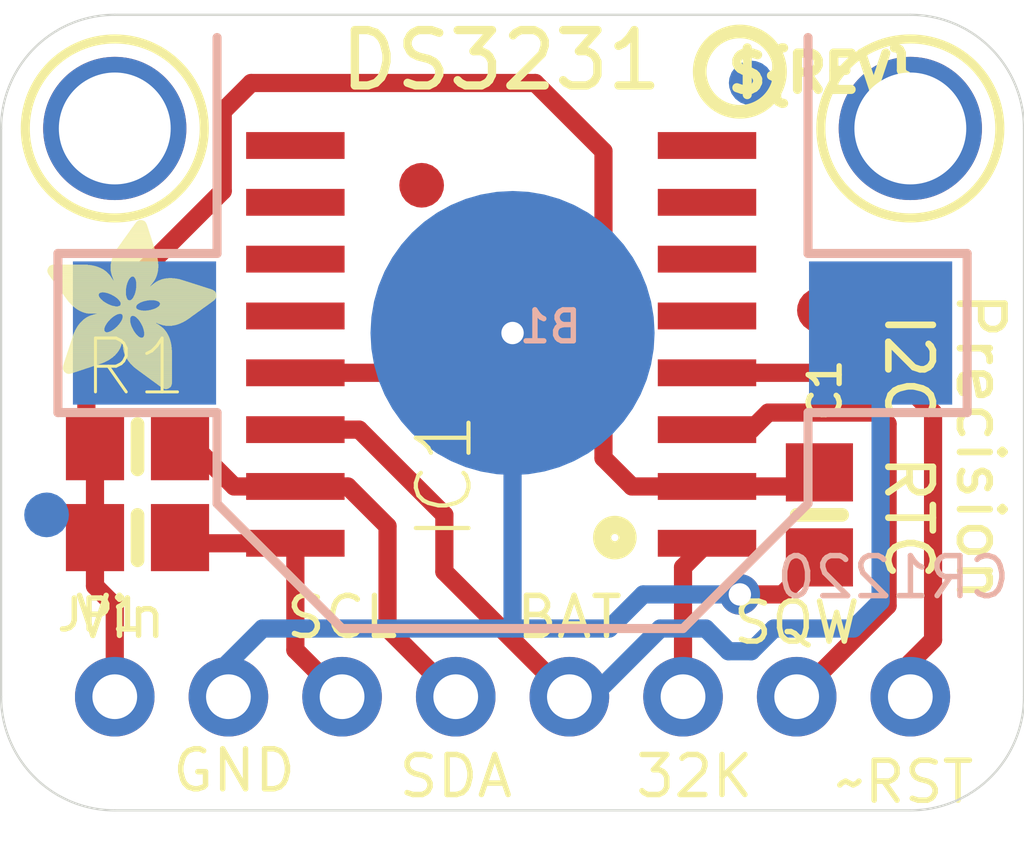
<source format=kicad_pcb>
(kicad_pcb (version 20221018) (generator pcbnew)
  (layers (0 "F.Cu" signal) (1 "In1.Cu" signal) (2 "In2.Cu" signal) (3 "In3.Cu" signal) (4 "In4.Cu" signal) (5 "In5.Cu" signal) (6 "In6.Cu" signal) (7 "In7.Cu" signal) (8 "In8.Cu" signal) (9 "In9.Cu" signal) (10 "In10.Cu" signal) (11 "In11.Cu" signal) (12 "In12.Cu" signal) (13 "In13.Cu" signal) (14 "In14.Cu" signal) (31 "B.Cu" signal) (34 "B.Paste" user) (35 "F.Paste" user) (36 "B.SilkS" user "B.Silkscreen") (37 "F.SilkS" user "F.Silkscreen") (38 "B.Mask" user) (39 "F.Mask" user) (44 "Edge.Cuts" user))
  (net 0 "")
  (net 1 "GND")
  (net 2 "SDA")
  (net 3 "SCL")
  (net 4 "3.3V")
  (net 5 "32KHZ")
  (net 6 "SQW")
  (net 7 "~{RTC_RST}")
  (net 8 "VBAT")
  (footprint "working:FIDUCIAL_1MM" (layer "F.Cu") (at 146.4691 99.9236)
    (fp_text reference "FID1" hide)
    (fp_text value "FIDUCIAL\"\"" hide)
    (pad "1" smd roundrect (at 0 0) (size 1 1) (layers "F.Cu" "F.Mask") (roundrect_rratio 0.5))
  )
  (footprint "working:PCBFEAT-REV-040" (layer "F.Cu") (at 153.5811 97.3836)
    (fp_text reference "U$9" hide)
    (fp_text value "" hide)
    (fp_text user "${REV}" (at -0.3556 0.508) (layer "F.SilkS") (effects (font (size 0.8128 0.8128) (thickness 0.2032)) (justify left bottom)))
  )
  (footprint "working:ADAFRUIT_3.5MM" (layer "F.Cu") (at 138.0871 104.4956)
    (fp_text reference "U$8" hide)
    (fp_text value "" hide)
  )
  (footprint "working:0805-NO" (layer "F.Cu") (at 140.1191 105.7656)
    (fp_text reference "R1" (at -1.27 -1.778) (layer "F.SilkS") (effects (font (size 1.20335 1.20335) (thickness 0.06665)) (justify left)))
    (fp_text value "10K")
    (pad "1" smd rect (at -0.95 0) (size 1.3 1.5) (layers "F.Cu" "F.Paste" "F.Mask") (net 4 "3.3V"))
    (pad "2" smd rect (at 0.95 0) (size 1.3 1.5) (layers "F.Cu" "F.Paste" "F.Mask") (net 2 "SDA"))
  )
  (footprint "working:FIDUCIAL_1MM" (layer "F.Cu") (at 155.3591 102.7176)
    (fp_text reference "FID3" hide)
    (fp_text value "FIDUCIAL\"\"" hide)
    (pad "1" smd roundrect (at 0 0) (size 1 1) (layers "F.Cu" "F.Mask") (roundrect_rratio 0.5))
  )
  (footprint "working:1X08_ROUND_70" (layer "F.Cu") (at 148.5011 111.3536)
    (fp_text reference "JP1" (at -10.2362 -1.8288) (layer "F.SilkS") (effects (font (size 0.692831 0.692831) (thickness 0.119969)) (justify left)))
    (fp_text value "")
    (pad "1" thru_hole circle (at -8.89 0 90) (size 1.778 1.778) (drill 1) (layers "*.Cu" "*.Mask") (net 4 "3.3V"))
    (pad "2" thru_hole circle (at -6.35 0 90) (size 1.778 1.778) (drill 1) (layers "*.Cu" "*.Mask") (net 1 "GND"))
    (pad "3" thru_hole circle (at -3.81 0 90) (size 1.778 1.778) (drill 1) (layers "*.Cu" "*.Mask") (net 3 "SCL"))
    (pad "4" thru_hole circle (at -1.27 0 90) (size 1.778 1.778) (drill 1) (layers "*.Cu" "*.Mask") (net 2 "SDA"))
    (pad "5" thru_hole circle (at 1.27 0 90) (size 1.778 1.778) (drill 1) (layers "*.Cu" "*.Mask") (net 8 "VBAT"))
    (pad "6" thru_hole circle (at 3.81 0 90) (size 1.778 1.778) (drill 1) (layers "*.Cu" "*.Mask") (net 5 "32KHZ"))
    (pad "7" thru_hole circle (at 6.35 0 90) (size 1.778 1.778) (drill 1) (layers "*.Cu" "*.Mask") (net 6 "SQW"))
    (pad "8" thru_hole circle (at 8.89 0 90) (size 1.778 1.778) (drill 1) (layers "*.Cu" "*.Mask") (net 7 "~{RTC_RST}"))
  )
  (footprint "working:MOUNTINGHOLE_2.5_PLATED" (layer "F.Cu") (at 139.6111 98.6536)
    (fp_text reference "U$7" hide)
    (fp_text value "MOUNTINGHOLE2.5" hide)
    (pad "P$1" thru_hole circle (at 0 0) (size 3.2 3.2) (drill 2.5) (layers "*.Cu" "*.Mask"))
  )
  (footprint "working:0805-NO" (layer "F.Cu") (at 140.1191 107.7976)
    (fp_text reference "R2" hide)
    (fp_text value "10K")
    (pad "1" smd rect (at -0.95 0) (size 1.3 1.5) (layers "F.Cu" "F.Paste" "F.Mask") (net 4 "3.3V"))
    (pad "2" smd rect (at 0.95 0) (size 1.3 1.5) (layers "F.Cu" "F.Paste" "F.Mask") (net 3 "SCL"))
  )
  (footprint "working:SO16W" (layer "F.Cu") (at 148.2471 103.4796 90)
    (fp_text reference "IC1" (at -4.445 -1.27 90) (layer "F.SilkS") (effects (font (size 1.176528 1.176528) (thickness 0.093472)) (justify left)))
    (fp_text value "DS3231/SO")
    (pad "1" smd rect (at -4.445 4.6 90) (size 0.6 2.2) (layers "F.Cu" "F.Paste" "F.Mask") (net 5 "32KHZ"))
    (pad "2" smd rect (at -3.175 4.6 90) (size 0.6 2.2) (layers "F.Cu" "F.Paste" "F.Mask") (net 4 "3.3V"))
    (pad "3" smd rect (at -1.905 4.6 90) (size 0.6 2.2) (layers "F.Cu" "F.Paste" "F.Mask") (net 6 "SQW"))
    (pad "4" smd rect (at -0.635 4.6 90) (size 0.6 2.2) (layers "F.Cu" "F.Paste" "F.Mask") (net 7 "~{RTC_RST}"))
    (pad "5" smd rect (at 0.635 4.6 90) (size 0.6 2.2) (layers "F.Cu" "F.Paste" "F.Mask"))
    (pad "6" smd rect (at 1.905 4.6 90) (size 0.6 2.2) (layers "F.Cu" "F.Paste" "F.Mask"))
    (pad "7" smd rect (at 3.175 4.6 90) (size 0.6 2.2) (layers "F.Cu" "F.Paste" "F.Mask"))
    (pad "8" smd rect (at 4.445 4.6 90) (size 0.6 2.2) (layers "F.Cu" "F.Paste" "F.Mask"))
    (pad "9" smd rect (at 4.445 -4.6 90) (size 0.6 2.2) (layers "F.Cu" "F.Paste" "F.Mask"))
    (pad "10" smd rect (at 3.175 -4.6 90) (size 0.6 2.2) (layers "F.Cu" "F.Paste" "F.Mask"))
    (pad "11" smd rect (at 1.905 -4.6 90) (size 0.6 2.2) (layers "F.Cu" "F.Paste" "F.Mask"))
    (pad "12" smd rect (at 0.635 -4.6 90) (size 0.6 2.2) (layers "F.Cu" "F.Paste" "F.Mask"))
    (pad "13" smd rect (at -0.635 -4.6 90) (size 0.6 2.2) (layers "F.Cu" "F.Paste" "F.Mask") (net 1 "GND"))
    (pad "14" smd rect (at -1.905 -4.6 90) (size 0.6 2.2) (layers "F.Cu" "F.Paste" "F.Mask") (net 8 "VBAT"))
    (pad "15" smd rect (at -3.175 -4.6 90) (size 0.6 2.2) (layers "F.Cu" "F.Paste" "F.Mask") (net 2 "SDA"))
    (pad "16" smd rect (at -4.445 -4.6 90) (size 0.6 2.2) (layers "F.Cu" "F.Paste" "F.Mask") (net 3 "SCL"))
  )
  (footprint "working:0805-NO" (layer "F.Cu") (at 155.3591 107.2896 90)
    (fp_text reference "C1" (at 2.032 0.127 90) (layer "F.SilkS") (effects (font (size 0.692831 0.692831) (thickness 0.119969)) (justify left)))
    (fp_text value "1uF")
    (pad "1" smd rect (at -0.95 0 90) (size 1.3 1.5) (layers "F.Cu" "F.Paste" "F.Mask") (net 1 "GND"))
    (pad "2" smd rect (at 0.95 0 90) (size 1.3 1.5) (layers "F.Cu" "F.Paste" "F.Mask") (net 4 "3.3V"))
  )
  (footprint "working:MOUNTINGHOLE_2.5_PLATED" (layer "F.Cu") (at 157.3911 98.6536)
    (fp_text reference "U$6" hide)
    (fp_text value "MOUNTINGHOLE2.5" hide)
    (pad "P$1" thru_hole circle (at 0 0) (size 3.2 3.2) (drill 2.5) (layers "*.Cu" "*.Mask"))
  )
  (footprint "working:CR1220" (layer "B.Cu") (at 148.5011 103.2256 180)
    (fp_text reference "B1" (at -1.602 0.14) (layer "B.SilkS") (effects (font (size 0.692831 0.692831) (thickness 0.119969)) (justify left mirror)))
    (fp_text value "CR1220")
    (pad "+$1" smd rect (at -8.2254 0 180) (size 3.2 3.2) (layers "B.Cu" "B.Paste" "B.Mask") (net 8 "VBAT"))
    (pad "+$2" smd rect (at 8.2254 0 180) (size 3.2 3.2) (layers "B.Cu" "B.Paste" "B.Mask"))
    (pad "-" smd roundrect (at 0 0 180) (size 6.35 6.35) (layers "B.Cu" "B.Mask") (roundrect_rratio 0.5) (net 1 "GND"))
  )
  (footprint "working:FIDUCIAL_1MM" (layer "B.Cu") (at 138.0871 107.2896 180)
    (fp_text reference "FID2" hide)
    (fp_text value "FIDUCIAL\"\"" hide)
    (pad "1" smd roundrect (at 0 0 180) (size 1 1) (layers "B.Cu" "B.Mask") (roundrect_rratio 0.5))
  )
  (footprint "working:FIDUCIAL_1MM" (layer "B.Cu") (at 153.8351 97.6376 180)
    (fp_text reference "FID4" hide)
    (fp_text value "FIDUCIAL\"\"" hide)
    (pad "1" smd roundrect (at 0 0 180) (size 1 1) (layers "B.Cu" "B.Mask") (roundrect_rratio 0.5))
  )
  (gr_circle (center 150.7871 107.7976) (end 151.071078 107.7976) (stroke (width 0.4064)) (fill none) (layer "F.SilkS"))
  (gr_arc (start 137.0711 98.6536) (mid 137.815049 96.857549) (end 139.6111 96.1136) (stroke (width 0.05)) (layer "Edge.Cuts"))
  (gr_line (start 159.9311 98.6536) (end 159.9311 111.3536) (stroke (width 0.05)) (layer "Edge.Cuts"))
  (gr_arc (start 139.6111 113.8936) (mid 137.815049 113.149651) (end 137.0711 111.3536) (stroke (width 0.05)) (layer "Edge.Cuts"))
  (gr_arc (start 159.9311 111.3536) (mid 159.187151 113.149651) (end 157.3911 113.8936) (stroke (width 0.05)) (layer "Edge.Cuts"))
  (gr_line (start 139.6111 96.1136) (end 157.3911 96.1136) (stroke (width 0.05)) (layer "Edge.Cuts"))
  (gr_line (start 157.3911 113.8936) (end 139.6111 113.8936) (stroke (width 0.05)) (layer "Edge.Cuts"))
  (gr_line (start 137.0711 111.3536) (end 137.0711 98.6536) (stroke (width 0.05)) (layer "Edge.Cuts"))
  (gr_arc (start 157.3911 96.1136) (mid 159.187151 96.857549) (end 159.9311 98.6536) (stroke (width 0.05)) (layer "Edge.Cuts"))
  (gr_text "CR1220" (at 157.0101 108.6866) (layer "B.SilkS") (effects (font (size 0.89408 0.89408) (thickness 0.12192)) (justify mirror)))
  (gr_text "32K" (at 152.5651 113.1316) (layer "F.SilkS") (effects (font (size 0.89408 0.89408) (thickness 0.12192))))
  (gr_text "SQW" (at 154.8511 109.7026) (layer "F.SilkS") (effects (font (size 0.89408 0.89408) (thickness 0.12192))))
  (gr_text "Precision\nI2C RTC" (at 158.1531 105.7656 270) (layer "F.SilkS") (effects (font (size 0.99441 0.99441) (thickness 0.14859))))
  (gr_text "DS3231" (at 148.2471 97.1296) (layer "F.SilkS") (effects (font (size 1.237488 1.237488) (thickness 0.184912))))
  (gr_text "Vin" (at 139.7381 109.5756) (layer "F.SilkS") (effects (font (size 0.89408 0.89408) (thickness 0.12192))))
  (gr_text "GND" (at 142.2781 113.0046) (layer "F.SilkS") (effects (font (size 0.89408 0.89408) (thickness 0.12192))))
  (gr_text "~RST" (at 157.2641 113.2586) (layer "F.SilkS") (effects (font (size 0.89408 0.89408) (thickness 0.12192))))
  (gr_text "SDA" (at 147.2311 113.1316) (layer "F.SilkS") (effects (font (size 0.89408 0.89408) (thickness 0.12192))))
  (gr_text "SCL" (at 144.6911 109.5756) (layer "F.SilkS") (effects (font (size 0.89408 0.89408) (thickness 0.12192))))
  (gr_text "BAT" (at 149.7711 109.5756) (layer "F.SilkS") (effects (font (size 0.89408 0.89408) (thickness 0.12192))))
  (segment (start 154.5311 109.0676) (end 153.5811 109.0676) (width 0.4064) (layer "F.Cu") (net 1))
  (segment (start 143.6471 104.1146) (end 147.6121 104.1146) (width 0.4064) (layer "F.Cu") (net 1))
  (segment (start 147.6121 104.1146) (end 148.5011 103.2256) (width 0.4064) (layer "F.Cu") (net 1))
  (segment (start 155.3591 108.2396) (end 154.5311 109.0676) (width 0.4064) (layer "F.Cu") (net 1))
  (via (at 153.5811 109.0676) (size 0.9064) (drill 0.5) (layers "F.Cu" "B.Cu") (net 1))
  (via (at 148.5011 103.2256) (size 0.9064) (drill 0.5) (layers "F.Cu" "B.Cu") (net 1))
  (segment (start 153.5811 109.0676) (end 151.4221 109.0676) (width 0.4064) (layer "B.Cu") (net 1))
  (segment (start 149.0091 103.2256) (end 148.5011 103.2256) (width 0.4064) (layer "B.Cu") (net 1))
  (segment (start 148.5011 103.2256) (end 148.5011 109.8296) (width 0.4064) (layer "B.Cu") (net 1))
  (segment (start 142.1511 110.5916) (end 142.1511 111.3536) (width 0.4064) (layer "B.Cu") (net 1))
  (segment (start 142.9131 109.8296) (end 142.1511 110.5916) (width 0.4064) (layer "B.Cu") (net 1))
  (segment (start 150.6601 109.8296) (end 148.5011 109.8296) (width 0.4064) (layer "B.Cu") (net 1))
  (segment (start 149.0091 105.0036) (end 149.0091 103.2256) (width 0.4064) (layer "B.Cu") (net 1))
  (segment (start 148.5011 109.8296) (end 142.9131 109.8296) (width 0.4064) (layer "B.Cu") (net 1))
  (segment (start 151.4221 109.0676) (end 150.6601 109.8296) (width 0.4064) (layer "B.Cu") (net 1))
  (segment (start 144.8181 106.6546) (end 145.7071 107.5436) (width 0.4064) (layer "F.Cu") (net 2))
  (segment (start 143.6471 106.6546) (end 144.8181 106.6546) (width 0.4064) (layer "F.Cu") (net 2))
  (segment (start 145.7071 109.8296) (end 147.2311 111.3536) (width 0.4064) (layer "F.Cu") (net 2))
  (segment (start 145.7071 107.5436) (end 145.7071 109.8296) (width 0.4064) (layer "F.Cu") (net 2))
  (segment (start 141.0691 105.7656) (end 141.3891 105.7656) (width 0.4064) (layer "F.Cu") (net 2))
  (segment (start 142.2781 106.6546) (end 143.6471 106.6546) (width 0.4064) (layer "F.Cu") (net 2))
  (segment (start 141.3891 105.7656) (end 142.2781 106.6546) (width 0.4064) (layer "F.Cu") (net 2))
  (segment (start 141.0691 107.7976) (end 141.1961 107.9246) (width 0.4064) (layer "F.Cu") (net 3))
  (segment (start 141.1961 107.9246) (end 143.6471 107.9246) (width 0.4064) (layer "F.Cu") (net 3))
  (segment (start 143.6471 110.3096) (end 144.6911 111.3536) (width 0.4064) (layer "F.Cu") (net 3))
  (segment (start 143.6471 107.9246) (end 143.6471 110.3096) (width 0.4064) (layer "F.Cu") (net 3))
  (segment (start 142.6591 97.6376) (end 142.0241 98.2726) (width 0.4064) (layer "F.Cu") (net 4))
  (segment (start 139.1691 107.7976) (end 139.1691 108.8796) (width 0.4064) (layer "F.Cu") (net 4))
  (segment (start 139.1691 108.8796) (end 139.6111 109.3216) (width 0.4064) (layer "F.Cu") (net 4))
  (segment (start 155.1661 106.6546) (end 155.3591 106.3396) (width 0.4064) (layer "F.Cu") (net 4))
  (segment (start 139.1691 105.7656) (end 139.1691 107.7976) (width 0.4064) (layer "F.Cu") (net 4))
  (segment (start 142.0241 100.0506) (end 138.9761 103.0986) (width 0.4064) (layer "F.Cu") (net 4))
  (segment (start 142.0241 98.2726) (end 142.0241 100.0506) (width 0.4064) (layer "F.Cu") (net 4))
  (segment (start 150.5331 106.0196) (end 150.5331 99.1616) (width 0.4064) (layer "F.Cu") (net 4))
  (segment (start 138.9761 103.0986) (end 138.9761 105.5726) (width 0.4064) (layer "F.Cu") (net 4))
  (segment (start 152.8471 106.6546) (end 151.1681 106.6546) (width 0.4064) (layer "F.Cu") (net 4))
  (segment (start 152.8471 106.6546) (end 155.1661 106.6546) (width 0.4064) (layer "F.Cu") (net 4))
  (segment (start 138.9761 105.5726) (end 139.1691 105.7656) (width 0.4064) (layer "F.Cu") (net 4))
  (segment (start 150.5331 99.1616) (end 149.0091 97.6376) (width 0.4064) (layer "F.Cu") (net 4))
  (segment (start 151.1681 106.6546) (end 150.5331 106.0196) (width 0.4064) (layer "F.Cu") (net 4))
  (segment (start 149.0091 97.6376) (end 142.6591 97.6376) (width 0.4064) (layer "F.Cu") (net 4))
  (segment (start 139.6111 109.3216) (end 139.6111 111.3536) (width 0.4064) (layer "F.Cu") (net 4))
  (segment (start 152.3111 111.3536) (end 152.3111 108.4606) (width 0.4064) (layer "F.Cu") (net 5))
  (segment (start 152.3111 108.4606) (end 152.8471 107.9246) (width 0.4064) (layer "F.Cu") (net 5))
  (segment (start 154.2161 105.0036) (end 153.8351 105.3846) (width 0.4064) (layer "F.Cu") (net 6))
  (segment (start 156.8831 105.2576) (end 156.6291 105.0036) (width 0.4064) (layer "F.Cu") (net 6))
  (segment (start 154.8511 111.3536) (end 156.8831 109.3216) (width 0.4064) (layer "F.Cu") (net 6))
  (segment (start 156.8831 109.3216) (end 156.8831 105.2576) (width 0.4064) (layer "F.Cu") (net 6))
  (segment (start 153.8351 105.3846) (end 152.8471 105.3846) (width 0.4064) (layer "F.Cu") (net 6))
  (segment (start 156.6291 105.0036) (end 154.2161 105.0036) (width 0.4064) (layer "F.Cu") (net 6))
  (segment (start 157.0101 104.1146) (end 152.8471 104.1146) (width 0.4064) (layer "F.Cu") (net 7))
  (segment (start 157.8991 110.0836) (end 157.8991 105.0036) (width 0.4064) (layer "F.Cu") (net 7))
  (segment (start 157.8991 105.0036) (end 157.0101 104.1146) (width 0.4064) (layer "F.Cu") (net 7))
  (segment (start 157.3911 111.3536) (end 157.3911 110.5916) (width 0.4064) (layer "F.Cu") (net 7))
  (segment (start 157.3911 110.5916) (end 157.8991 110.0836) (width 0.4064) (layer "F.Cu") (net 7))
  (segment (start 145.0721 105.3846) (end 146.9771 107.2896) (width 0.4064) (layer "F.Cu") (net 8))
  (segment (start 146.9771 107.2896) (end 146.9771 108.5596) (width 0.4064) (layer "F.Cu") (net 8))
  (segment (start 143.6471 105.3846) (end 145.0721 105.3846) (width 0.4064) (layer "F.Cu") (net 8))
  (segment (start 146.9771 108.5596) (end 149.7711 111.3536) (width 0.4064) (layer "F.Cu") (net 8))
  (segment (start 152.8191 109.8296) (end 151.8031 109.8296) (width 0.4064) (layer "B.Cu") (net 8))
  (segment (start 153.3271 110.3376) (end 152.8191 109.8296) (width 0.4064) (layer "B.Cu") (net 8))
  (segment (start 156.7265 109.2242) (end 156.1211 109.8296) (width 0.4064) (layer "B.Cu") (net 8))
  (segment (start 154.3431 109.8296) (end 153.8351 110.3376) (width 0.4064) (layer "B.Cu") (net 8))
  (segment (start 150.2791 111.3536) (end 149.7711 111.3536) (width 0.4064) (layer "B.Cu") (net 8))
  (segment (start 156.7265 103.2256) (end 156.7265 109.2242) (width 0.4064) (layer "B.Cu") (net 8))
  (segment (start 153.8351 110.3376) (end 153.3271 110.3376) (width 0.4064) (layer "B.Cu") (net 8))
  (segment (start 156.1211 109.8296) (end 154.3431 109.8296) (width 0.4064) (layer "B.Cu") (net 8))
  (segment (start 151.8031 109.8296) (end 150.2791 111.3536) (width 0.4064) (layer "B.Cu") (net 8))
)
</source>
